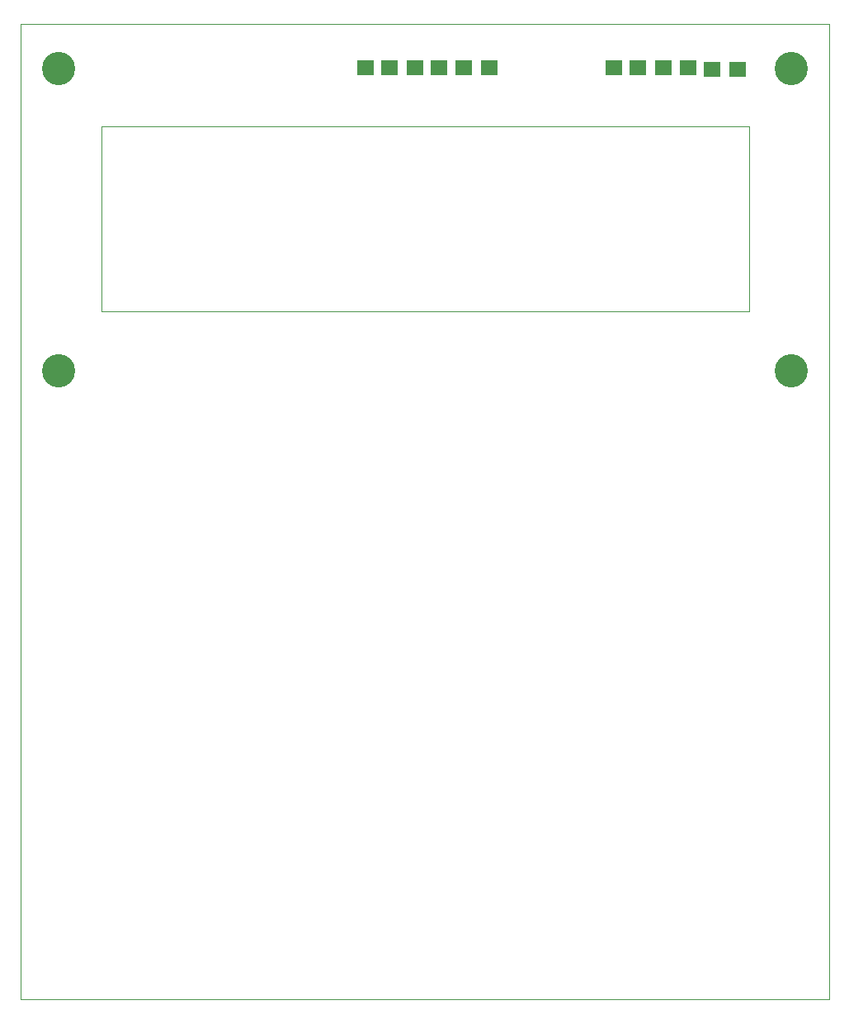
<source format=gts>
G75*
G70*
%OFA0B0*%
%FSLAX24Y24*%
%IPPOS*%
%LPD*%
%AMOC8*
5,1,8,0,0,1.08239X$1,22.5*
%
%ADD10C,0.0000*%
%ADD11C,0.1340*%
%ADD12R,0.0671X0.0592*%
D10*
X000100Y000100D02*
X000100Y039470D01*
X032777Y039470D01*
X032777Y000100D01*
X000100Y000100D01*
X001005Y025494D02*
X001007Y025544D01*
X001013Y025594D01*
X001023Y025643D01*
X001037Y025691D01*
X001054Y025738D01*
X001075Y025783D01*
X001100Y025827D01*
X001128Y025868D01*
X001160Y025907D01*
X001194Y025944D01*
X001231Y025978D01*
X001271Y026008D01*
X001313Y026035D01*
X001357Y026059D01*
X001403Y026080D01*
X001450Y026096D01*
X001498Y026109D01*
X001548Y026118D01*
X001597Y026123D01*
X001648Y026124D01*
X001698Y026121D01*
X001747Y026114D01*
X001796Y026103D01*
X001844Y026088D01*
X001890Y026070D01*
X001935Y026048D01*
X001978Y026022D01*
X002019Y025993D01*
X002058Y025961D01*
X002094Y025926D01*
X002126Y025888D01*
X002156Y025848D01*
X002183Y025805D01*
X002206Y025761D01*
X002225Y025715D01*
X002241Y025667D01*
X002253Y025618D01*
X002261Y025569D01*
X002265Y025519D01*
X002265Y025469D01*
X002261Y025419D01*
X002253Y025370D01*
X002241Y025321D01*
X002225Y025273D01*
X002206Y025227D01*
X002183Y025183D01*
X002156Y025140D01*
X002126Y025100D01*
X002094Y025062D01*
X002058Y025027D01*
X002019Y024995D01*
X001978Y024966D01*
X001935Y024940D01*
X001890Y024918D01*
X001844Y024900D01*
X001796Y024885D01*
X001747Y024874D01*
X001698Y024867D01*
X001648Y024864D01*
X001597Y024865D01*
X001548Y024870D01*
X001498Y024879D01*
X001450Y024892D01*
X001403Y024908D01*
X001357Y024929D01*
X001313Y024953D01*
X001271Y024980D01*
X001231Y025010D01*
X001194Y025044D01*
X001160Y025081D01*
X001128Y025120D01*
X001100Y025161D01*
X001075Y025205D01*
X001054Y025250D01*
X001037Y025297D01*
X001023Y025345D01*
X001013Y025394D01*
X001007Y025444D01*
X001005Y025494D01*
X003368Y027895D02*
X029549Y027895D01*
X029549Y035336D01*
X003368Y035336D01*
X003368Y027895D01*
X001005Y037698D02*
X001007Y037748D01*
X001013Y037798D01*
X001023Y037847D01*
X001037Y037895D01*
X001054Y037942D01*
X001075Y037987D01*
X001100Y038031D01*
X001128Y038072D01*
X001160Y038111D01*
X001194Y038148D01*
X001231Y038182D01*
X001271Y038212D01*
X001313Y038239D01*
X001357Y038263D01*
X001403Y038284D01*
X001450Y038300D01*
X001498Y038313D01*
X001548Y038322D01*
X001597Y038327D01*
X001648Y038328D01*
X001698Y038325D01*
X001747Y038318D01*
X001796Y038307D01*
X001844Y038292D01*
X001890Y038274D01*
X001935Y038252D01*
X001978Y038226D01*
X002019Y038197D01*
X002058Y038165D01*
X002094Y038130D01*
X002126Y038092D01*
X002156Y038052D01*
X002183Y038009D01*
X002206Y037965D01*
X002225Y037919D01*
X002241Y037871D01*
X002253Y037822D01*
X002261Y037773D01*
X002265Y037723D01*
X002265Y037673D01*
X002261Y037623D01*
X002253Y037574D01*
X002241Y037525D01*
X002225Y037477D01*
X002206Y037431D01*
X002183Y037387D01*
X002156Y037344D01*
X002126Y037304D01*
X002094Y037266D01*
X002058Y037231D01*
X002019Y037199D01*
X001978Y037170D01*
X001935Y037144D01*
X001890Y037122D01*
X001844Y037104D01*
X001796Y037089D01*
X001747Y037078D01*
X001698Y037071D01*
X001648Y037068D01*
X001597Y037069D01*
X001548Y037074D01*
X001498Y037083D01*
X001450Y037096D01*
X001403Y037112D01*
X001357Y037133D01*
X001313Y037157D01*
X001271Y037184D01*
X001231Y037214D01*
X001194Y037248D01*
X001160Y037285D01*
X001128Y037324D01*
X001100Y037365D01*
X001075Y037409D01*
X001054Y037454D01*
X001037Y037501D01*
X001023Y037549D01*
X001013Y037598D01*
X001007Y037648D01*
X001005Y037698D01*
X030612Y037698D02*
X030614Y037748D01*
X030620Y037798D01*
X030630Y037847D01*
X030644Y037895D01*
X030661Y037942D01*
X030682Y037987D01*
X030707Y038031D01*
X030735Y038072D01*
X030767Y038111D01*
X030801Y038148D01*
X030838Y038182D01*
X030878Y038212D01*
X030920Y038239D01*
X030964Y038263D01*
X031010Y038284D01*
X031057Y038300D01*
X031105Y038313D01*
X031155Y038322D01*
X031204Y038327D01*
X031255Y038328D01*
X031305Y038325D01*
X031354Y038318D01*
X031403Y038307D01*
X031451Y038292D01*
X031497Y038274D01*
X031542Y038252D01*
X031585Y038226D01*
X031626Y038197D01*
X031665Y038165D01*
X031701Y038130D01*
X031733Y038092D01*
X031763Y038052D01*
X031790Y038009D01*
X031813Y037965D01*
X031832Y037919D01*
X031848Y037871D01*
X031860Y037822D01*
X031868Y037773D01*
X031872Y037723D01*
X031872Y037673D01*
X031868Y037623D01*
X031860Y037574D01*
X031848Y037525D01*
X031832Y037477D01*
X031813Y037431D01*
X031790Y037387D01*
X031763Y037344D01*
X031733Y037304D01*
X031701Y037266D01*
X031665Y037231D01*
X031626Y037199D01*
X031585Y037170D01*
X031542Y037144D01*
X031497Y037122D01*
X031451Y037104D01*
X031403Y037089D01*
X031354Y037078D01*
X031305Y037071D01*
X031255Y037068D01*
X031204Y037069D01*
X031155Y037074D01*
X031105Y037083D01*
X031057Y037096D01*
X031010Y037112D01*
X030964Y037133D01*
X030920Y037157D01*
X030878Y037184D01*
X030838Y037214D01*
X030801Y037248D01*
X030767Y037285D01*
X030735Y037324D01*
X030707Y037365D01*
X030682Y037409D01*
X030661Y037454D01*
X030644Y037501D01*
X030630Y037549D01*
X030620Y037598D01*
X030614Y037648D01*
X030612Y037698D01*
X030612Y025494D02*
X030614Y025544D01*
X030620Y025594D01*
X030630Y025643D01*
X030644Y025691D01*
X030661Y025738D01*
X030682Y025783D01*
X030707Y025827D01*
X030735Y025868D01*
X030767Y025907D01*
X030801Y025944D01*
X030838Y025978D01*
X030878Y026008D01*
X030920Y026035D01*
X030964Y026059D01*
X031010Y026080D01*
X031057Y026096D01*
X031105Y026109D01*
X031155Y026118D01*
X031204Y026123D01*
X031255Y026124D01*
X031305Y026121D01*
X031354Y026114D01*
X031403Y026103D01*
X031451Y026088D01*
X031497Y026070D01*
X031542Y026048D01*
X031585Y026022D01*
X031626Y025993D01*
X031665Y025961D01*
X031701Y025926D01*
X031733Y025888D01*
X031763Y025848D01*
X031790Y025805D01*
X031813Y025761D01*
X031832Y025715D01*
X031848Y025667D01*
X031860Y025618D01*
X031868Y025569D01*
X031872Y025519D01*
X031872Y025469D01*
X031868Y025419D01*
X031860Y025370D01*
X031848Y025321D01*
X031832Y025273D01*
X031813Y025227D01*
X031790Y025183D01*
X031763Y025140D01*
X031733Y025100D01*
X031701Y025062D01*
X031665Y025027D01*
X031626Y024995D01*
X031585Y024966D01*
X031542Y024940D01*
X031497Y024918D01*
X031451Y024900D01*
X031403Y024885D01*
X031354Y024874D01*
X031305Y024867D01*
X031255Y024864D01*
X031204Y024865D01*
X031155Y024870D01*
X031105Y024879D01*
X031057Y024892D01*
X031010Y024908D01*
X030964Y024929D01*
X030920Y024953D01*
X030878Y024980D01*
X030838Y025010D01*
X030801Y025044D01*
X030767Y025081D01*
X030735Y025120D01*
X030707Y025161D01*
X030682Y025205D01*
X030661Y025250D01*
X030644Y025297D01*
X030630Y025345D01*
X030620Y025394D01*
X030614Y025444D01*
X030612Y025494D01*
D11*
X031242Y025494D03*
X031242Y037698D03*
X001635Y037698D03*
X001635Y025494D03*
D12*
X014037Y037704D03*
X015021Y037704D03*
X016045Y037704D03*
X017029Y037704D03*
X018013Y037704D03*
X019037Y037704D03*
X024076Y037704D03*
X025061Y037704D03*
X026084Y037704D03*
X027069Y037704D03*
X028053Y037665D03*
X029076Y037665D03*
M02*

</source>
